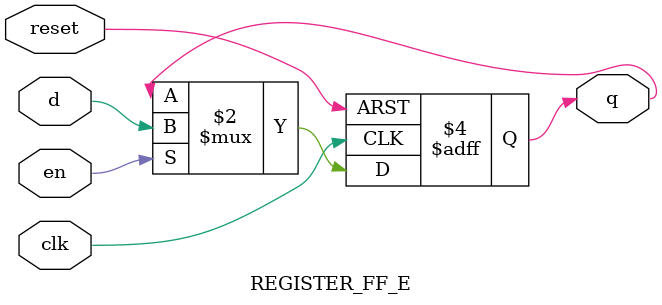
<source format=sv>
module REGISTER_FF_E 
(
	input logic clk, reset, en,
	input logic d,
	output logic q
);

	always_ff @(posedge clk, posedge reset)
		if (reset) q <= 0;
		else if (en) q <= d;
		
endmodule
</source>
